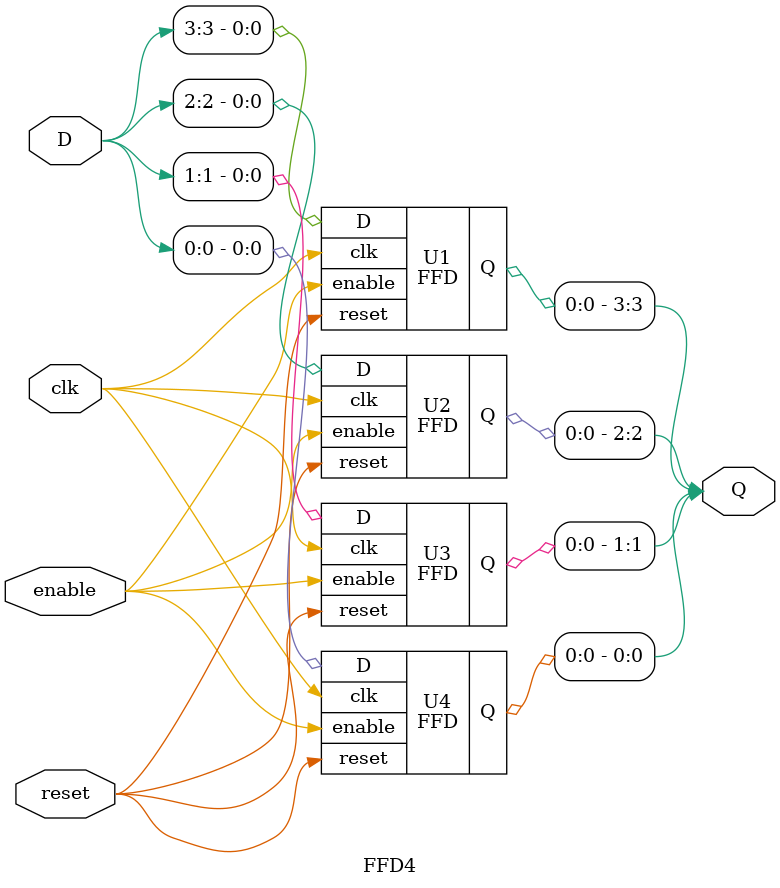
<source format=v>


module FFD(input wire clk, reset, enable, D, output reg Q);

  always @(posedge clk or posedge reset or posedge enable)
    begin
      if (reset) Q <= 1'b0;
      else if (enable) Q <= D;
      else Q <= Q;
    end

endmodule


// Flip Flop tipo D de 2 bits
module FFD2(input wire clk, reset, enable, input wire [1:0] D, output wire [1:0] Q);

  FFD U1(clk, reset, enable, D[1], Q[1]);
  FFD U2(clk, reset, enable, D[0], Q[0]);

endmodule


// Flip Flop tipo D de 4 bits
module FFD4(input wire clk, reset, enable, input wire [3:0] D, output wire [3:0] Q);

  FFD U1(clk, reset, enable, D[3], Q[3]);
  FFD U2(clk, reset, enable, D[2], Q[2]);
  FFD U3(clk, reset, enable, D[1], Q[1]);
  FFD U4(clk, reset, enable, D[0], Q[0]);

endmodule


</source>
